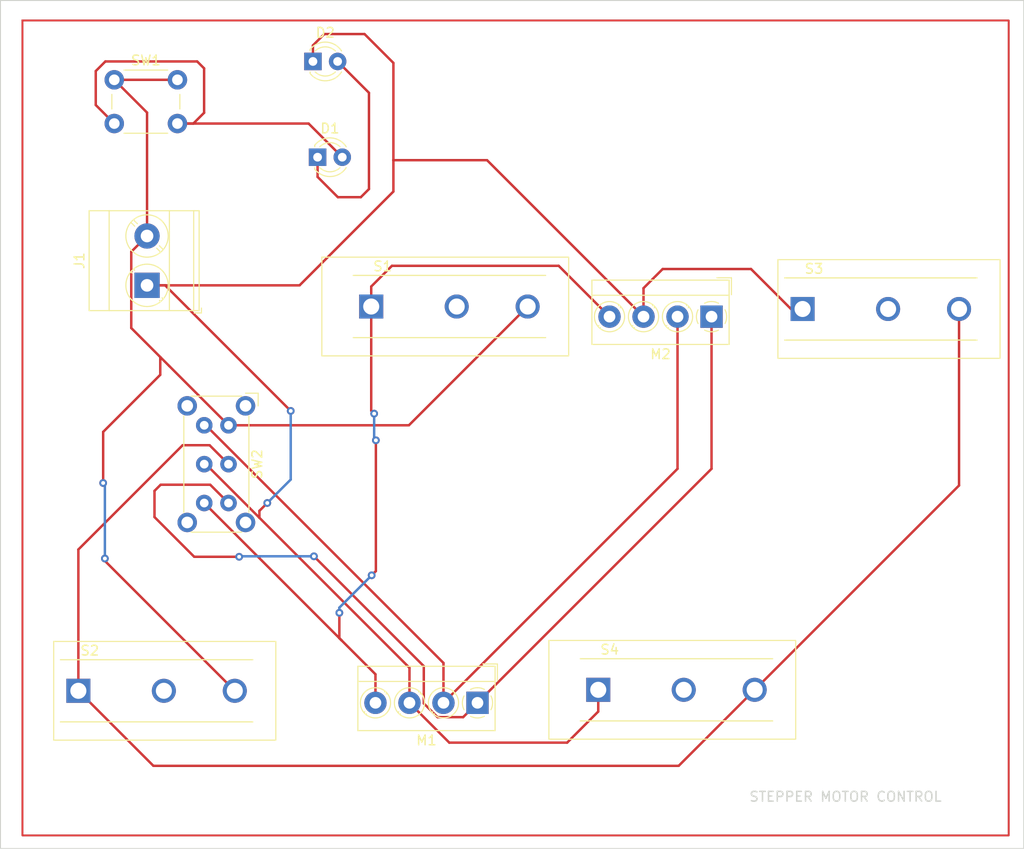
<source format=kicad_pcb>
(kicad_pcb (version 20211014) (generator pcbnew)
  (layers (0 "F.Cu" signal) (31 "B.Cu" signal) (34 "B.Paste" user) (35 "F.Paste" user) (36 "B.SilkS" user "B.Silkscreen") (37 "F.SilkS" user "F.Silkscreen") (38 "B.Mask" user) (39 "F.Mask" user) (44 "Edge.Cuts" user))
  (net 0 "")
  (net 1 "Net-(D1-Pad1)")
  (net 2 "Net-(D1-Pad2)")
  (net 3 "Net-(D2-Pad1)")
  (net 4 "Net-(M1-Pad1)")
  (net 5 "Net-(M1-Pad2)")
  (net 6 "Net-(M1-Pad4)")
  (net 7 "Net-(J1-Pad2)")
  (net 8 "Net-(SW2-Pad2)")
  (footprint "TerminalBlock_Phoenix:TerminalBlock_Phoenix_MKDS-3-2-5.08_1x02_P5.08mm_Horizontal" (layer "F.Cu") (at 134.7168 74.9858 90)
    (fp_text reference "J1" (at 2.54 -6.96 90) (layer "F.SilkS"))
    (fp_text value "Screw_Terminal_01x02")
    (fp_line (start -2.6 -3.9) (end 7.68 -3.9) (layer "F.SilkS") (width 0.12))
    (fp_line (start 6.468 -1.654) (end 6.088 -1.274) (layer "F.SilkS") (width 0.12))
    (fp_line (start -1.282 1.547) (end -1.388 1.654) (layer "F.SilkS") (width 0.12))
    (fp_line (start -1.548 1.281) (end -1.654 1.388) (layer "F.SilkS") (width 0.12))
    (fp_line (start -2.6 4.8) (end 7.68 4.8) (layer "F.SilkS") (width 0.12))
    (fp_line (start 3.822 0.992) (end 3.427 1.388) (layer "F.SilkS") (width 0.12))
    (fp_line (start 1.654 -1.388) (end 1.547 -1.281) (layer "F.SilkS") (width 0.12))
    (fp_line (start -2.84 4.86) (end -2.84 5.6) (layer "F.SilkS") (width 0.12))
    (fp_line (start 1.388 -1.654) (end 1.281 -1.547) (layer "F.SilkS") (width 0.12))
    (fp_line (start 4.073 1.274) (end 3.693 1.654) (layer "F.SilkS") (width 0.12))
    (fp_line (start -2.84 5.6) (end -2.34 5.6) (layer "F.SilkS") (width 0.12))
    (fp_line (start -2.6 5.36) (end 7.68 5.36) (layer "F.SilkS") (width 0.12))
    (fp_line (start 6.734 -1.388) (end 6.339 -0.992) (layer "F.SilkS") (width 0.12))
    (fp_line (start -2.6 -5.96) (end -2.6 5.36) (layer "F.SilkS") (width 0.12))
    (fp_line (start -2.6 -5.96) (end 7.68 -5.96) (layer "F.SilkS") (width 0.12))
    (fp_line (start 7.68 -5.96) (end 7.68 5.36) (layer "F.SilkS") (width 0.12))
    (fp_line (start -2.6 2.3) (end 7.68 2.3) (layer "F.SilkS") (width 0.12))
    (fp_circle (center 0 0) (end 2.18 0) (layer "F.SilkS") (width 0.12) (fill none))
    (fp_circle (center 5.08 0) (end 7.26 0) (layer "F.SilkS") (width 0.12) (fill none))
    (pad "1" thru_hole rect (at 0 0 90) (size 2.6 2.6) (drill 1.3) (layers *.Cu *.Mask) (net 3 "Net-(D2-Pad1)"))
    (pad "2" thru_hole circle (at 5.08 0 90) (size 2.6 2.6) (drill 1.3) (layers *.Cu *.Mask) (net 7 "Net-(J1-Pad2)"))
  )
  (footprint "LED_THT:LED_D3.0mm_Clear" (layer "F.Cu") (at 151.7904 51.943)
    (fp_text reference "D2" (at 1.27 -2.96) (layer "F.SilkS"))
    (fp_text value "LED")
    (fp_line (start -0.29 -1.236) (end -0.29 -1.08) (layer "F.SilkS") (width 0.12))
    (fp_line (start -0.29 1.08) (end -0.29 1.236) (layer "F.SilkS") (width 0.12))
    (fp_arc (start 2.31113 1.079837) (mid 1.270117 1.5) (end 0.229039 1.08) (layer "F.SilkS") (width 0.12))
    (fp_arc (start -0.29 -1.235516) (mid 1.366487 -1.987659) (end 2.942335 -1.078608) (layer "F.SilkS") (width 0.12))
    (fp_arc (start 0.229039 -1.08) (mid 1.270117 -1.5) (end 2.31113 -1.079837) (layer "F.SilkS") (width 0.12))
    (fp_arc (start 2.942335 1.078608) (mid 1.366487 1.987659) (end -0.29 1.235516) (layer "F.SilkS") (width 0.12))
    (pad "1" thru_hole rect (at 0 0) (size 1.8 1.8) (drill 0.9) (layers *.Cu *.Mask) (net 3 "Net-(D2-Pad1)"))
    (pad "2" thru_hole circle (at 2.54 0) (size 1.8 1.8) (drill 0.9) (layers *.Cu *.Mask) (net 1 "Net-(D1-Pad1)"))
  )
  (footprint "Button_Switch_THT:SW_PUSH_6mm" (layer "F.Cu") (at 131.3446 53.8332)
    (fp_text reference "SW1" (at 3.25 -2) (layer "F.SilkS"))
    (fp_text value "SW_Push")
    (fp_line (start 1 5.5) (end 5.5 5.5) (layer "F.SilkS") (width 0.12))
    (fp_line (start 5.5 -1) (end 1 -1) (layer "F.SilkS") (width 0.12))
    (fp_line (start 6.75 3) (end 6.75 1.5) (layer "F.SilkS") (width 0.12))
    (fp_line (start -0.25 1.5) (end -0.25 3) (layer "F.SilkS") (width 0.12))
    (pad "1" thru_hole circle (at 0 0 90) (size 2 2) (drill 1.1) (layers *.Cu *.Mask) (net 7 "Net-(J1-Pad2)"))
    (pad "1" thru_hole circle (at 6.5 0 90) (size 2 2) (drill 1.1) (layers *.Cu *.Mask) (net 7 "Net-(J1-Pad2)"))
    (pad "2" thru_hole circle (at 0 4.5 90) (size 2 2) (drill 1.1) (layers *.Cu *.Mask) (net 2 "Net-(D1-Pad2)"))
    (pad "2" thru_hole circle (at 6.5 4.5 90) (size 2 2) (drill 1.1) (layers *.Cu *.Mask) (net 2 "Net-(D1-Pad2)"))
  )
  (footprint "TerminalBlock_MetzConnect:TerminalBlock_MetzConnect_Type059_RT06304HBWC_1x04_P3.50mm_Horizontal" (layer "F.Cu") (at 168.7244 117.9504 180)
    (fp_text reference "M1" (at 5.25 -3.86) (layer "F.SilkS"))
    (fp_text value "Stepper_Motor_bipolar")
    (fp_line (start 5.897 0.914) (end 5.821 0.99) (layer "F.SilkS") (width 0.12))
    (fp_line (start 2.565 1.125) (end 2.511 1.18) (layer "F.SilkS") (width 0.12))
    (fp_line (start -1.81 -2.86) (end 12.31 -2.86) (layer "F.SilkS") (width 0.12))
    (fp_line (start 12.31 -2.86) (end 12.31 3.76) (layer "F.SilkS") (width 0.12))
    (fp_line (start -2.05 4) (end -0.55 4) (layer "F.SilkS") (width 0.12))
    (fp_line (start 7.99 -1.18) (end 7.936 -1.126) (layer "F.SilkS") (width 0.12))
    (fp_line (start 2.397 0.914) (end 2.321 0.99) (layer "F.SilkS") (width 0.12))
    (fp_line (start 4.68 -0.99) (end 4.604 -0.914) (layer "F.SilkS") (width 0.12))
    (fp_line (start 9.397 0.914) (end 9.321 0.99) (layer "F.SilkS") (width 0.12))
    (fp_line (start -1.81 -2.86) (end -1.81 3.76) (layer "F.SilkS") (width 0.12))
    (fp_line (start 11.68 -0.99) (end 11.604 -0.914) (layer "F.SilkS") (width 0.12))
    (fp_line (start 8.18 -0.99) (end 8.104 -0.914) (layer "F.SilkS") (width 0.12))
    (fp_line (start 11.49 -1.18) (end 11.436 -1.126) (layer "F.SilkS") (width 0.12))
    (fp_line (start 4.49 -1.18) (end 4.436 -1.126) (layer "F.SilkS") (width 0.12))
    (fp_line (start -1.81 2.2) (end 12.31 2.2) (layer "F.SilkS") (width 0.12))
    (fp_line (start 6.065 1.125) (end 6.011 1.18) (layer "F.SilkS") (width 0.12))
    (fp_line (start 9.565 1.125) (end 9.511 1.18) (layer "F.SilkS") (width 0.12))
    (fp_line (start -2.05 2.26) (end -2.05 4) (layer "F.SilkS") (width 0.12))
    (fp_line (start -1.81 3.76) (end 12.31 3.76) (layer "F.SilkS") (width 0.12))
    (fp_arc (start 0.026444 1.555682) (mid -0.350695 1.515869) (end -0.707 1.386) (layer "F.SilkS") (width 0.12))
    (fp_arc (start 1.386645 -0.705733) (mid 1.555906 0.000711) (end 1.386 0.707) (layer "F.SilkS") (width 0.12))
    (fp_arc (start 0.705955 1.385515) (mid 0.363007 1.512035) (end 0 1.555) (layer "F.SilkS") (width 0.12))
    (fp_arc (start -0.705733 -1.386645) (mid 0.000711 -1.555906) (end 0.707 -1.386) (layer "F.SilkS") (width 0.12))
    (fp_arc (start -1.386645 0.705733) (mid -1.555906 -0.000711) (end -1.386 -0.707) (layer "F.SilkS") (width 0.12))
    (fp_circle (center 3.5 0) (end 5.055 0) (layer "F.SilkS") (width 0.12) (fill none))
    (fp_circle (center 10.5 0) (end 12.055 0) (layer "F.SilkS") (width 0.12) (fill none))
    (fp_circle (center 7 0) (end 8.555 0) (layer "F.SilkS") (width 0.12) (fill none))
    (pad "1" thru_hole rect (at 0 0 180) (size 2.3 2.3) (drill 1.2) (layers *.Cu *.Mask) (net 4 "Net-(M1-Pad1)"))
    (pad "2" thru_hole circle (at 3.5 0 180) (size 2.3 2.3) (drill 1.2) (layers *.Cu *.Mask) (net 5 "Net-(M1-Pad2)"))
    (pad "3" thru_hole circle (at 7 0 180) (size 2.3 2.3) (drill 1.2) (layers *.Cu *.Mask) (net 3 "Net-(D2-Pad1)"))
    (pad "4" thru_hole circle (at 10.5 0 180) (size 2.3 2.3) (drill 1.2) (layers *.Cu *.Mask) (net 6 "Net-(M1-Pad4)"))
  )
  (footprint "MS0850502F030P1A:SW_MS0850502F030P1A" (layer "F.Cu") (at 127.6488 116.713)
    (fp_text reference "S2" (at 1.17617 -4.1391) (layer "F.SilkS") (effects (font (size 1.000992 1.000992))))
    (fp_text value "MS0850502F030P1A")
    (fp_line (start -1.85 -3.2) (end 17.95 -3.2) (layer "F.SilkS") (width 0.127))
    (fp_line (start 17.95 3.2) (end -1.85 3.2) (layer "F.SilkS") (width 0.127))
    (fp_rect (start -2.54 -5.08) (end 20.32 5.08) (layer "F.SilkS") (width 0.12) (fill none))
    (pad "1" thru_hole rect (at 0 0) (size 2.475 2.475) (drill 1.65) (layers *.Cu *.Mask) (net 8 "Net-(SW2-Pad2)"))
    (pad "2" thru_hole circle (at 16.1 0) (size 2.475 2.475) (drill 1.65) (layers *.Cu *.Mask) (net 7 "Net-(J1-Pad2)"))
    (pad "3" thru_hole circle (at 8.8 0) (size 2.475 2.475) (drill 1.65) (layers *.Cu *.Mask))
  )
  (footprint "Button_Switch_THT:SW_E-Switch_EG2219_DPDT_Angled" (layer "F.Cu") (at 143.1021 89.3875 -90)
    (fp_text reference "SW2" (at 4 -2.95 90) (layer "F.SilkS"))
    (fp_text value "SW_Push_DPDT")
    (fp_line (start -3.3 -3.05) (end -2 -3.05) (layer "F.SilkS") (width 0.12))
    (fp_line (start -3 3.85) (end -3 -1.35) (layer "F.SilkS") (width 0.12))
    (fp_line (start -0.95 -2.1) (end 8.95 -2.1) (layer "F.SilkS") (width 0.12))
    (fp_line (start 11 -1.35) (end 11 3.85) (layer "F.SilkS") (width 0.12))
    (fp_line (start -3.3 -1.75) (end -3.3 -3.05) (layer "F.SilkS") (width 0.12))
    (fp_line (start 8.95 4.6) (end -0.95 4.6) (layer "F.SilkS") (width 0.12))
    (pad "" thru_hole circle (at 10 4.25 270) (size 2 2) (drill 1.2) (layers *.Cu *.Mask))
    (pad "" thru_hole circle (at 10 -1.75 270) (size 2 2) (drill 1.2) (layers *.Cu *.Mask))
    (pad "" thru_hole circle (at -2 4.25 270) (size 2 2) (drill 1.2) (layers *.Cu *.Mask))
    (pad "" thru_hole circle (at -2 -1.75 270) (size 2 2) (drill 1.2) (layers *.Cu *.Mask))
    (pad "1" thru_hole circle (at 0 0 270) (size 1.7 1.7) (drill 0.9) (layers *.Cu *.Mask) (net 7 "Net-(J1-Pad2)"))
    (pad "2" thru_hole circle (at 4 0 270) (size 1.7 1.7) (drill 0.9) (layers *.Cu *.Mask) (net 8 "Net-(SW2-Pad2)"))
    (pad "3" thru_hole circle (at 8 0 270) (size 1.7 1.7) (drill 0.9) (layers *.Cu *.Mask) (net 4 "Net-(M1-Pad1)"))
    (pad "4" thru_hole circle (at 0 2.5 270) (size 1.7 1.7) (drill 0.9) (layers *.Cu *.Mask) (net 5 "Net-(M1-Pad2)"))
    (pad "5" thru_hole circle (at 4 2.5 270) (size 1.7 1.7) (drill 0.9) (layers *.Cu *.Mask) (net 3 "Net-(D2-Pad1)"))
    (pad "6" thru_hole circle (at 8 2.5 270) (size 1.7 1.7) (drill 0.9) (layers *.Cu *.Mask) (net 6 "Net-(M1-Pad4)"))
  )
  (footprint "MS0850502F030P1A:SW_MS0850502F030P1A" (layer "F.Cu") (at 157.787 77.1652)
    (fp_text reference "S1" (at 1.17617 -4.1391) (layer "F.SilkS") (effects (font (size 1.000992 1.000992))))
    (fp_text value "MS0850502F030P1A")
    (fp_line (start 17.95 3.2) (end -1.85 3.2) (layer "F.SilkS") (width 0.127))
    (fp_line (start -1.85 -3.2) (end 17.95 -3.2) (layer "F.SilkS") (width 0.127))
    (fp_rect (start -5.08 -5.08) (end 20.32 5.08) (layer "F.SilkS") (width 0.12) (fill none))
    (pad "1" thru_hole rect (at 0 0) (size 2.475 2.475) (drill 1.65) (layers *.Cu *.Mask) (net 6 "Net-(M1-Pad4)"))
    (pad "2" thru_hole circle (at 16.1 0) (size 2.475 2.475) (drill 1.65) (layers *.Cu *.Mask) (net 7 "Net-(J1-Pad2)"))
    (pad "3" thru_hole circle (at 8.8 0) (size 2.475 2.475) (drill 1.65) (layers *.Cu *.Mask))
  )
  (footprint "MS0850502F030P1A:SW_MS0850502F030P1A" (layer "F.Cu") (at 181.1528 116.6114)
    (fp_text reference "S4" (at 1.17617 -4.1391) (layer "F.SilkS") (effects (font (size 1.000992 1.000992))))
    (fp_text value "MS0850502F030P1A")
    (fp_line (start 17.95 3.2) (end -1.85 3.2) (layer "F.SilkS") (width 0.127))
    (fp_line (start -1.85 -3.2) (end 17.95 -3.2) (layer "F.SilkS") (width 0.127))
    (fp_rect (start -5.08 -5.08) (end 20.32 5.08) (layer "F.SilkS") (width 0.12) (fill none))
    (pad "1" thru_hole rect (at 0 0) (size 2.475 2.475) (drill 1.65) (layers *.Cu *.Mask) (net 3 "Net-(D2-Pad1)"))
    (pad "2" thru_hole circle (at 16.1 0) (size 2.475 2.475) (drill 1.65) (layers *.Cu *.Mask) (net 8 "Net-(SW2-Pad2)"))
    (pad "3" thru_hole circle (at 8.8 0) (size 2.475 2.475) (drill 1.65) (layers *.Cu *.Mask))
  )
  (footprint "MS0850502F030P1A:SW_MS0850502F030P1A" (layer "F.Cu") (at 202.184 77.4192)
    (fp_text reference "S3" (at 1.17617 -4.1391) (layer "F.SilkS") (effects (font (size 1.000992 1.000992))))
    (fp_text value "MS0850502F030P1A")
    (fp_line (start 17.95 3.2) (end -1.85 3.2) (layer "F.SilkS") (width 0.127))
    (fp_line (start -1.85 -3.2) (end 17.95 -3.2) (layer "F.SilkS") (width 0.127))
    (fp_rect (start -2.54 -5.08) (end 20.32 5.08) (layer "F.SilkS") (width 0.12) (fill none))
    (pad "1" thru_hole rect (at 0 0) (size 2.475 2.475) (drill 1.65) (layers *.Cu *.Mask) (net 3 "Net-(D2-Pad1)"))
    (pad "2" thru_hole circle (at 16.1 0) (size 2.475 2.475) (drill 1.65) (layers *.Cu *.Mask) (net 8 "Net-(SW2-Pad2)"))
    (pad "3" thru_hole circle (at 8.8 0) (size 2.475 2.475) (drill 1.65) (layers *.Cu *.Mask))
  )
  (footprint "TerminalBlock_MetzConnect:TerminalBlock_MetzConnect_Type059_RT06304HBWC_1x04_P3.50mm_Horizontal" (layer "F.Cu") (at 192.8114 78.2066 180)
    (fp_text reference "M2" (at 5.25 -3.86) (layer "F.SilkS"))
    (fp_text value "Stepper_Motor_bipolar")
    (fp_line (start 7.99 -1.18) (end 7.936 -1.126) (layer "F.SilkS") (width 0.12))
    (fp_line (start 9.397 0.914) (end 9.321 0.99) (layer "F.SilkS") (width 0.12))
    (fp_line (start 8.18 -0.99) (end 8.104 -0.914) (layer "F.SilkS") (width 0.12))
    (fp_line (start 5.897 0.914) (end 5.821 0.99) (layer "F.SilkS") (width 0.12))
    (fp_line (start -1.81 3.76) (end 12.31 3.76) (layer "F.SilkS") (width 0.12))
    (fp_line (start 12.31 -2.86) (end 12.31 3.76) (layer "F.SilkS") (width 0.12))
    (fp_line (start 9.565 1.125) (end 9.511 1.18) (layer "F.SilkS") (width 0.12))
    (fp_line (start 4.49 -1.18) (end 4.436 -1.126) (layer "F.SilkS") (width 0.12))
    (fp_line (start -1.81 -2.86) (end 12.31 -2.86) (layer "F.SilkS") (width 0.12))
    (fp_line (start 6.065 1.125) (end 6.011 1.18) (layer "F.SilkS") (width 0.12))
    (fp_line (start 11.68 -0.99) (end 11.604 -0.914) (layer "F.SilkS") (width 0.12))
    (fp_line (start -1.81 -2.86) (end -1.81 3.76) (layer "F.SilkS") (width 0.12))
    (fp_line (start 11.49 -1.18) (end 11.436 -1.126) (layer "F.SilkS") (width 0.12))
    (fp_line (start -2.05 4) (end -0.55 4) (layer "F.SilkS") (width 0.12))
    (fp_line (start 2.565 1.125) (end 2.511 1.18) (layer "F.SilkS") (width 0.12))
    (fp_line (start -2.05 2.26) (end -2.05 4) (layer "F.SilkS") (width 0.12))
    (fp_line (start -1.81 2.2) (end 12.31 2.2) (layer "F.SilkS") (width 0.12))
    (fp_line (start 4.68 -0.99) (end 4.604 -0.914) (layer "F.SilkS") (width 0.12))
    (fp_line (start 2.397 0.914) (end 2.321 0.99) (layer "F.SilkS") (width 0.12))
    (fp_arc (start -1.386645 0.705733) (mid -1.555906 -0.000711) (end -1.386 -0.707) (layer "F.SilkS") (width 0.12))
    (fp_arc (start 1.386645 -0.705733) (mid 1.555906 0.000711) (end 1.386 0.707) (layer "F.SilkS") (width 0.12))
    (fp_arc (start 0.705955 1.385515) (mid 0.363007 1.512035) (end 0 1.555) (layer "F.SilkS") (width 0.12))
    (fp_arc (start -0.705733 -1.386645) (mid 0.000711 -1.555906) (end 0.707 -1.386) (layer "F.SilkS") (width 0.12))
    (fp_arc (start 0.026444 1.555682) (mid -0.350695 1.515869) (end -0.707 1.386) (layer "F.SilkS") (width 0.12))
    (fp_circle (center 10.5 0) (end 12.055 0) (layer "F.SilkS") (width 0.12) (fill none))
    (fp_circle (center 3.5 0) (end 5.055 0) (layer "F.SilkS") (width 0.12) (fill none))
    (fp_circle (center 7 0) (end 8.555 0) (layer "F.SilkS") (width 0.12) (fill none))
    (pad "1" thru_hole rect (at 0 0 180) (size 2.3 2.3) (drill 1.2) (layers *.Cu *.Mask) (net 4 "Net-(M1-Pad1)"))
    (pad "2" thru_hole circle (at 3.5 0 180) (size 2.3 2.3) (drill 1.2) (layers *.Cu *.Mask) (net 5 "Net-(M1-Pad2)"))
    (pad "3" thru_hole circle (at 7 0 180) (size 2.3 2.3) (drill 1.2) (layers *.Cu *.Mask) (net 3 "Net-(D2-Pad1)"))
    (pad "4" thru_hole circle (at 10.5 0 180) (size 2.3 2.3) (drill 1.2) (layers *.Cu *.Mask) (net 6 "Net-(M1-Pad4)"))
  )
  (footprint "LED_THT:LED_D3.0mm_Clear" (layer "F.Cu") (at 152.268 61.7982)
    (fp_text reference "D1" (at 1.27 -2.96) (layer "F.SilkS"))
    (fp_text value "LED")
    (fp_line (start -0.29 -1.236) (end -0.29 -1.08) (layer "F.SilkS") (width 0.12))
    (fp_line (start -0.29 1.08) (end -0.29 1.236) (layer "F.SilkS") (width 0.12))
    (fp_arc (start 2.31113 1.079837) (mid 1.270117 1.5) (end 0.229039 1.08) (layer "F.SilkS") (width 0.12))
    (fp_arc (start -0.29 -1.235516) (mid 1.366487 -1.987659) (end 2.942335 -1.078608) (layer "F.SilkS") (width 0.12))
    (fp_arc (start 0.229039 -1.08) (mid 1.270117 -1.5) (end 2.31113 -1.079837) (layer "F.SilkS") (width 0.12))
    (fp_arc (start 2.942335 1.078608) (mid 1.366487 1.987659) (end -0.29 1.235516) (layer "F.SilkS") (width 0.12))
    (pad "1" thru_hole rect (at 0 0) (size 1.8 1.8) (drill 0.9) (layers *.Cu *.Mask) (net 1 "Net-(D1-Pad1)"))
    (pad "2" thru_hole circle (at 2.54 0) (size 1.8 1.8) (drill 0.9) (layers *.Cu *.Mask) (net 2 "Net-(D1-Pad2)"))
  )
  (gr_rect (start 121.8946 47.7266) (end 223.393 131.5974) (layer "F.Cu") (width 0.2) (fill none))
  (gr_rect (start 119.634 45.6692) (end 224.9424 132.9436) (layer "Edge.Cuts") (width 0.1) (fill none))
  (gr_rect (start 224.9424 132.9436) (end 224.9424 132.9436) (layer "Edge.Cuts") (width 0.1) (fill none))
  (gr_text "STEPPER MOTOR CONTROL" (at 206.6036 127.6096) (layer "Edge.Cuts") (effects (font (size 1 1))))
  (segment (start 156.718 65.913) (end 154.3558 65.913) (width 0.25) (layer "F.Cu") (net 1))
  (segment (start 157.5562 65.0748) (end 156.718 65.913) (width 0.25) (layer "F.Cu") (net 1))
  (segment (start 154.3558 65.913) (end 152.268 63.8252) (width 0.25) (layer "F.Cu") (net 1))
  (segment (start 154.3304 51.943) (end 157.5562 55.1688) (width 0.25) (layer "F.Cu") (net 1))
  (segment (start 152.268 63.8252) (end 152.268 61.7982) (width 0.25) (layer "F.Cu") (net 1))
  (segment (start 157.5562 55.1688) (end 157.5562 65.0748) (width 0.25) (layer "F.Cu") (net 1))
  (segment (start 131.3446 58.3332) (end 129.4384 56.427) (width 0.25) (layer "F.Cu") (net 2))
  (segment (start 130.429 51.943) (end 139.8778 51.943) (width 0.25) (layer "F.Cu") (net 2))
  (segment (start 129.4384 56.427) (end 129.4384 52.9336) (width 0.25) (layer "F.Cu") (net 2))
  (segment (start 151.343 58.3332) (end 137.8446 58.3332) (width 0.25) (layer "F.Cu") (net 2))
  (segment (start 129.4384 52.9336) (end 130.429 51.943) (width 0.25) (layer "F.Cu") (net 2))
  (segment (start 140.589 57.2262) (end 139.482 58.3332) (width 0.25) (layer "F.Cu") (net 2))
  (segment (start 139.482 58.3332) (end 137.8446 58.3332) (width 0.25) (layer "F.Cu") (net 2))
  (segment (start 154.808 61.7982) (end 151.343 58.3332) (width 0.25) (layer "F.Cu") (net 2))
  (segment (start 140.589 52.6542) (end 140.589 57.2262) (width 0.25) (layer "F.Cu") (net 2))
  (segment (start 139.8778 51.943) (end 140.589 52.6542) (width 0.25) (layer "F.Cu") (net 2))
  (segment (start 146.280905 98.194095) (end 146.280905 98.905295) (width 0.25) (layer "F.Cu") (net 3))
  (segment (start 136.5808 74.9858) (end 149.5044 87.9094) (width 0.25) (layer "F.Cu") (net 3))
  (segment (start 187.7822 73.3044) (end 185.8114 75.2752) (width 0.25) (layer "F.Cu") (net 3))
  (segment (start 181.1528 118.8466) (end 177.9524 122.047) (width 0.25) (layer "F.Cu") (net 3))
  (segment (start 177.9524 122.047) (end 165.821 122.047) (width 0.25) (layer "F.Cu") (net 3))
  (segment (start 196.8754 73.3044) (end 187.7822 73.3044) (width 0.25) (layer "F.Cu") (net 3))
  (segment (start 160.0708 65.3288) (end 150.4138 74.9858) (width 0.25) (layer "F.Cu") (net 3))
  (segment (start 152.9588 49.1236) (end 157.099 49.1236) (width 0.25) (layer "F.Cu") (net 3))
  (segment (start 151.7904 50.292) (end 152.9588 49.1236) (width 0.25) (layer "F.Cu") (net 3))
  (segment (start 185.8114 75.2752) (end 185.8114 78.2066) (width 0.25) (layer "F.Cu") (net 3))
  (segment (start 140.76311 93.3875) (end 146.280905 98.905295) (width 0.25) (layer "F.Cu") (net 3))
  (segment (start 147.0914 97.3836) (end 146.280905 98.194095) (width 0.25) (layer "F.Cu") (net 3))
  (segment (start 150.4138 74.9858) (end 134.7168 74.9858) (width 0.25) (layer "F.Cu") (net 3))
  (segment (start 134.7168 74.9858) (end 136.5808 74.9858) (width 0.25) (layer "F.Cu") (net 3))
  (segment (start 185.8114 78.2066) (end 169.7078 62.103) (width 0.25) (layer "F.Cu") (net 3))
  (segment (start 157.099 49.1236) (end 160.0708 52.0954) (width 0.25) (layer "F.Cu") (net 3))
  (segment (start 181.1528 116.6114) (end 181.1528 118.8466) (width 0.25) (layer "F.Cu") (net 3))
  (segment (start 160.0708 62.103) (end 160.0708 65.3288) (width 0.25) (layer "F.Cu") (net 3))
  (segment (start 160.0708 52.0954) (end 160.0708 62.103) (width 0.25) (layer "F.Cu") (net 3))
  (segment (start 161.7244 114.34879) (end 161.7244 117.9504) (width 0.25) (layer "F.Cu") (net 3))
  (segment (start 146.280905 98.905295) (end 161.7244 114.34879) (width 0.25) (layer "F.Cu") (net 3))
  (segment (start 200.9902 77.4192) (end 196.8754 73.3044) (width 0.25) (layer "F.Cu") (net 3))
  (segment (start 169.7078 62.103) (end 160.0708 62.103) (width 0.25) (layer "F.Cu") (net 3))
  (segment (start 165.821 122.047) (end 161.7244 117.9504) (width 0.25) (layer "F.Cu") (net 3))
  (segment (start 151.7904 51.943) (end 151.7904 50.292) (width 0.25) (layer "F.Cu") (net 3))
  (segment (start 140.6021 93.3875) (end 140.76311 93.3875) (width 0.25) (layer "F.Cu") (net 3))
  (segment (start 202.184 77.4192) (end 200.9902 77.4192) (width 0.25) (layer "F.Cu") (net 3))
  (via (at 149.5044 87.9094) (size 0.8) (drill 0.4) (layers "F.Cu" "B.Cu") (net 3))
  (via (at 147.0914 97.3836) (size 0.8) (drill 0.4) (layers "F.Cu" "B.Cu") (net 3))
  (segment (start 149.5044 87.9094) (end 149.5044 94.9706) (width 0.25) (layer "B.Cu") (net 3))
  (segment (start 149.5044 94.9706) (end 147.0914 97.3836) (width 0.25) (layer "B.Cu") (net 3))
  (segment (start 135.4836 96.139) (end 136.1186 95.504) (width 0.25) (layer "F.Cu") (net 4))
  (segment (start 192.8114 93.8634) (end 168.7244 117.9504) (width 0.25) (layer "F.Cu") (net 4))
  (segment (start 168.7244 117.9504) (end 167.249889 119.424911) (width 0.25) (layer "F.Cu") (net 4))
  (segment (start 163.198911 118.010186) (end 163.198911 114.176911) (width 0.25) (layer "F.Cu") (net 4))
  (segment (start 163.198911 114.176911) (end 151.892 102.87) (width 0.25) (layer "F.Cu") (net 4))
  (segment (start 135.4836 98.8314) (end 135.4836 96.139) (width 0.25) (layer "F.Cu") (net 4))
  (segment (start 136.1186 95.504) (end 141.2186 95.504) (width 0.25) (layer "F.Cu") (net 4))
  (segment (start 192.8114 78.2066) (end 192.8114 93.8634) (width 0.25) (layer "F.Cu") (net 4))
  (segment (start 141.2186 95.504) (end 143.1021 97.3875) (width 0.25) (layer "F.Cu") (net 4))
  (segment (start 164.613636 119.424911) (end 163.198911 118.010186) (width 0.25) (layer "F.Cu") (net 4))
  (segment (start 167.249889 119.424911) (end 164.613636 119.424911) (width 0.25) (layer "F.Cu") (net 4))
  (segment (start 139.573 102.9208) (end 135.4836 98.8314) (width 0.25) (layer "F.Cu") (net 4))
  (segment (start 144.1958 102.9208) (end 139.573 102.9208) (width 0.25) (layer "F.Cu") (net 4))
  (via (at 144.1958 102.9208) (size 0.8) (drill 0.4) (layers "F.Cu" "B.Cu") (net 4))
  (via (at 151.892 102.87) (size 0.8) (drill 0.4) (layers "F.Cu" "B.Cu") (net 4))
  (segment (start 151.892 102.87) (end 144.2466 102.87) (width 0.25) (layer "B.Cu") (net 4))
  (segment (start 144.2466 102.87) (end 144.1958 102.9208) (width 0.25) (layer "B.Cu") (net 4))
  (segment (start 189.3114 93.8634) (end 165.2244 117.9504) (width 0.25) (layer "F.Cu") (net 5))
  (segment (start 165.2244 117.9504) (end 165.2244 113.84879) (width 0.25) (layer "F.Cu") (net 5))
  (segment (start 165.2244 113.84879) (end 140.76311 89.3875) (width 0.25) (layer "F.Cu") (net 5))
  (segment (start 140.76311 89.3875) (end 140.6021 89.3875) (width 0.25) (layer "F.Cu") (net 5))
  (segment (start 189.3114 78.2066) (end 189.3114 93.8634) (width 0.25) (layer "F.Cu") (net 5))
  (segment (start 157.787 75.1056) (end 159.9184 72.9742) (width 0.25) (layer "F.Cu") (net 6))
  (segment (start 157.787 77.1652) (end 157.787 75.1056) (width 0.25) (layer "F.Cu") (net 6))
  (segment (start 158.2244 117.9504) (end 158.2244 115.0098) (width 0.25) (layer "F.Cu") (net 6))
  (segment (start 159.9184 72.9742) (end 177.079 72.9742) (width 0.25) (layer "F.Cu") (net 6))
  (segment (start 157.787 87.8862) (end 158.0896 88.1888) (width 0.25) (layer "F.Cu") (net 6))
  (segment (start 177.079 72.9742) (end 182.3114 78.2066) (width 0.25) (layer "F.Cu") (net 6))
  (segment (start 154.7414 111.5268) (end 140.6021 97.3875) (width 0.25) (layer "F.Cu") (net 6))
  (segment (start 154.5082 111.2936) (end 154.7414 111.5268) (width 0.25) (layer "F.Cu") (net 6))
  (segment (start 154.5082 108.6866) (end 154.5082 111.2936) (width 0.25) (layer "F.Cu") (net 6))
  (segment (start 158.2674 104.394) (end 157.8356 104.8258) (width 0.25) (layer "F.Cu") (net 6))
  (segment (start 158.2674 90.932) (end 158.2674 104.394) (width 0.25) (layer "F.Cu") (net 6))
  (segment (start 157.787 77.1652) (end 157.787 87.8862) (width 0.25) (layer "F.Cu") (net 6))
  (segment (start 158.2244 115.0098) (end 154.7414 111.5268) (width 0.25) (layer "F.Cu") (net 6))
  (via (at 154.5082 108.6866) (size 0.8) (drill 0.4) (layers "F.Cu" "B.Cu") (net 6))
  (via (at 158.2674 90.932) (size 0.8) (drill 0.4) (layers "F.Cu" "B.Cu") (net 6))
  (via (at 158.0896 88.1888) (size 0.8) (drill 0.4) (layers "F.Cu" "B.Cu") (net 6))
  (via (at 157.8356 104.8258) (size 0.8) (drill 0.4) (layers "F.Cu" "B.Cu") (net 6))
  (segment (start 158.0896 90.7542) (end 158.2674 90.932) (width 0.25) (layer "B.Cu") (net 6))
  (segment (start 157.8356 104.8258) (end 154.5082 108.1532) (width 0.25) (layer "B.Cu") (net 6))
  (segment (start 154.5082 108.1532) (end 154.5082 108.6866) (width 0.25) (layer "B.Cu") (net 6))
  (segment (start 158.0896 88.1888) (end 158.0896 90.7542) (width 0.25) (layer "B.Cu") (net 6))
  (segment (start 134.7168 69.9058) (end 133.092289 71.530311) (width 0.25) (layer "F.Cu") (net 7))
  (segment (start 134.7168 57.2054) (end 134.7168 69.9058) (width 0.25) (layer "F.Cu") (net 7))
  (segment (start 133.092289 79.377689) (end 136.0773 82.3627) (width 0.25) (layer "F.Cu") (net 7))
  (segment (start 161.6647 89.3875) (end 173.887 77.1652) (width 0.25) (layer "F.Cu") (net 7))
  (segment (start 130.2004 95.3262) (end 130.2004 90.0684) (width 0.25) (layer "F.Cu") (net 7))
  (segment (start 130.2004 90.0684) (end 136.0773 84.1915) (width 0.25) (layer "F.Cu") (net 7))
  (segment (start 136.0773 84.1915) (end 136.0773 82.3627) (width 0.25) (layer "F.Cu") (net 7))
  (segment (start 133.092289 71.530311) (end 133.092289 79.377689) (width 0.25) (layer "F.Cu") (net 7))
  (segment (start 131.3446 53.8332) (end 134.7168 57.2054) (width 0.25) (layer "F.Cu") (net 7))
  (segment (start 136.0773 82.3627) (end 136.9917 83.2771) (width 0.25) (layer "F.Cu") (net 7))
  (segment (start 130.3782 103.3424) (end 130.3782 103.0986) (width 0.25) (layer "F.Cu") (net 7))
  (segment (start 137.8446 53.8332) (end 131.3446 53.8332) (width 0.25) (layer "F.Cu") (net 7))
  (segment (start 143.1021 89.3875) (end 161.6647 89.3875) (width 0.25) (layer "F.Cu") (net 7))
  (segment (start 143.7488 116.713) (end 130.3782 103.3424) (width 0.25) (layer "F.Cu") (net 7))
  (segment (start 136.9917 83.2771) (end 143.1021 89.3875) (width 0.25) (layer "F.Cu") (net 7))
  (via (at 130.3782 103.0986) (size 0.8) (drill 0.4) (layers "F.Cu" "B.Cu") (net 7))
  (via (at 130.2004 95.3262) (size 0.8) (drill 0.4) (layers "F.Cu" "B.Cu") (net 7))
  (segment (start 130.3782 103.0986) (end 130.3782 95.504) (width 0.25) (layer "B.Cu") (net 7))
  (segment (start 130.3782 95.504) (end 130.2004 95.3262) (width 0.25) (layer "B.Cu") (net 7))
  (segment (start 189.4296 124.4346) (end 135.3704 124.4346) (width 0.25) (layer "F.Cu") (net 8))
  (segment (start 218.284 77.4192) (end 218.284 95.5802) (width 0.25) (layer "F.Cu") (net 8))
  (segment (start 127.6488 102.1704) (end 138.3792 91.44) (width 0.25) (layer "F.Cu") (net 8))
  (segment (start 197.2528 116.6114) (end 189.4296 124.4346) (width 0.25) (layer "F.Cu") (net 8))
  (segment (start 127.6488 116.713) (end 127.6488 102.1704) (width 0.25) (layer "F.Cu") (net 8))
  (segment (start 135.3704 124.4346) (end 127.6488 116.713) (width 0.25) (layer "F.Cu") (net 8))
  (segment (start 141.1546 91.44) (end 143.1021 93.3875) (width 0.25) (layer "F.Cu") (net 8))
  (segment (start 218.284 95.5802) (end 197.2528 116.6114) (width 0.25) (layer "F.Cu") (net 8))
  (segment (start 138.3792 91.44) (end 141.1546 91.44) (width 0.25) (layer "F.Cu") (net 8))
)
</source>
